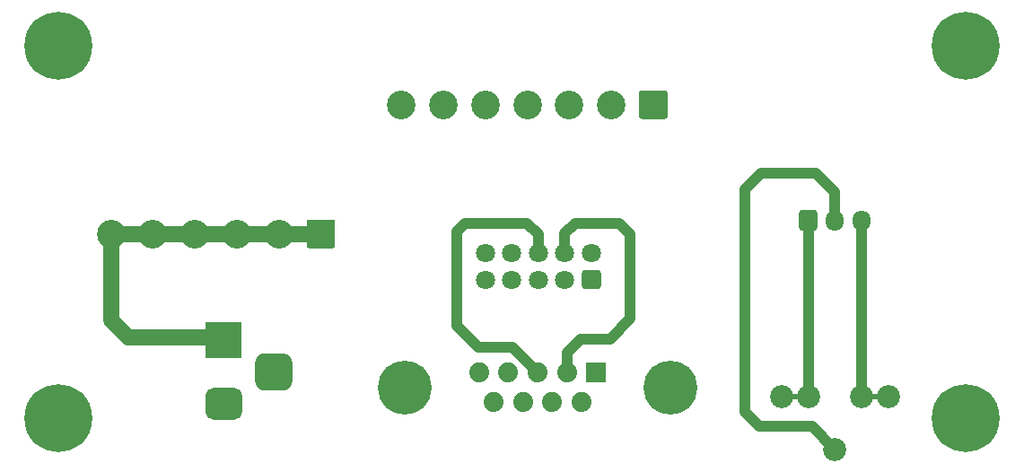
<source format=gbr>
%TF.GenerationSoftware,KiCad,Pcbnew,(5.1.9)-1*%
%TF.CreationDate,2021-04-12T00:41:26-05:00*%
%TF.ProjectId,KFChickenShim,4b464368-6963-46b6-956e-5368696d2e6b,rev?*%
%TF.SameCoordinates,Original*%
%TF.FileFunction,Copper,L1,Top*%
%TF.FilePolarity,Positive*%
%FSLAX46Y46*%
G04 Gerber Fmt 4.6, Leading zero omitted, Abs format (unit mm)*
G04 Created by KiCad (PCBNEW (5.1.9)-1) date 2021-04-12 00:41:26*
%MOMM*%
%LPD*%
G01*
G04 APERTURE LIST*
%TA.AperFunction,ComponentPad*%
%ADD10R,3.500000X3.500000*%
%TD*%
%TA.AperFunction,ComponentPad*%
%ADD11O,1.700000X1.950000*%
%TD*%
%TA.AperFunction,ComponentPad*%
%ADD12C,1.800000*%
%TD*%
%TA.AperFunction,ComponentPad*%
%ADD13C,2.700000*%
%TD*%
%TA.AperFunction,ComponentPad*%
%ADD14R,1.879600X1.879600*%
%TD*%
%TA.AperFunction,ComponentPad*%
%ADD15C,1.879600*%
%TD*%
%TA.AperFunction,ComponentPad*%
%ADD16C,5.080000*%
%TD*%
%TA.AperFunction,ComponentPad*%
%ADD17C,2.181860*%
%TD*%
%TA.AperFunction,ComponentPad*%
%ADD18C,6.400000*%
%TD*%
%TA.AperFunction,Conductor*%
%ADD19C,1.000000*%
%TD*%
%TA.AperFunction,Conductor*%
%ADD20C,1.500000*%
%TD*%
%TA.AperFunction,Conductor*%
%ADD21C,0.500000*%
%TD*%
G04 APERTURE END LIST*
%TO.P,J4,3*%
%TO.N,N/C*%
%TA.AperFunction,ComponentPad*%
G36*
G01*
X59804000Y-136195000D02*
X58054000Y-136195000D01*
G75*
G02*
X57179000Y-135320000I0J875000D01*
G01*
X57179000Y-133570000D01*
G75*
G02*
X58054000Y-132695000I875000J0D01*
G01*
X59804000Y-132695000D01*
G75*
G02*
X60679000Y-133570000I0J-875000D01*
G01*
X60679000Y-135320000D01*
G75*
G02*
X59804000Y-136195000I-875000J0D01*
G01*
G37*
%TD.AperFunction*%
%TO.P,J4,2*%
%TO.N,GND*%
%TA.AperFunction,ComponentPad*%
G36*
G01*
X55229000Y-138945000D02*
X53229000Y-138945000D01*
G75*
G02*
X52479000Y-138195000I0J750000D01*
G01*
X52479000Y-136695000D01*
G75*
G02*
X53229000Y-135945000I750000J0D01*
G01*
X55229000Y-135945000D01*
G75*
G02*
X55979000Y-136695000I0J-750000D01*
G01*
X55979000Y-138195000D01*
G75*
G02*
X55229000Y-138945000I-750000J0D01*
G01*
G37*
%TD.AperFunction*%
D10*
%TO.P,J4,1*%
%TO.N,+12V*%
X54229000Y-131445000D03*
%TD*%
D11*
%TO.P,J7,3*%
%TO.N,/AUX_LEFT*%
X114347000Y-120142000D03*
%TO.P,J7,2*%
%TO.N,/AUX_GND*%
X111847000Y-120142000D03*
%TO.P,J7,1*%
%TO.N,/AUX_RIGHT*%
%TA.AperFunction,ComponentPad*%
G36*
G01*
X108497000Y-120867000D02*
X108497000Y-119417000D01*
G75*
G02*
X108747000Y-119167000I250000J0D01*
G01*
X109947000Y-119167000D01*
G75*
G02*
X110197000Y-119417000I0J-250000D01*
G01*
X110197000Y-120867000D01*
G75*
G02*
X109947000Y-121117000I-250000J0D01*
G01*
X108747000Y-121117000D01*
G75*
G02*
X108497000Y-120867000I0J250000D01*
G01*
G37*
%TD.AperFunction*%
%TD*%
D12*
%TO.P,J5,8*%
%TO.N,Net-(J5-Pad8)*%
X81400000Y-123230000D03*
%TO.P,J5,7*%
%TO.N,Net-(J5-Pad7)*%
X81400000Y-125730000D03*
%TO.P,J5,6*%
%TO.N,/DB9_TX*%
X83900000Y-123230000D03*
%TO.P,J5,5*%
%TO.N,Net-(J5-Pad5)*%
X83900000Y-125730000D03*
%TO.P,J5,4*%
%TO.N,/DB9_RX*%
X86400000Y-123230000D03*
%TO.P,J5,3*%
%TO.N,Net-(J5-Pad3)*%
X86400000Y-125730000D03*
%TO.P,J5,2*%
%TO.N,Net-(J5-Pad2)*%
X88900000Y-123230000D03*
%TO.P,J5,1*%
%TO.N,Net-(J5-Pad1)*%
%TA.AperFunction,ComponentPad*%
G36*
G01*
X89800000Y-125100000D02*
X89800000Y-126360000D01*
G75*
G02*
X89530000Y-126630000I-270000J0D01*
G01*
X88270000Y-126630000D01*
G75*
G02*
X88000000Y-126360000I0J270000D01*
G01*
X88000000Y-125100000D01*
G75*
G02*
X88270000Y-124830000I270000J0D01*
G01*
X89530000Y-124830000D01*
G75*
G02*
X89800000Y-125100000I0J-270000D01*
G01*
G37*
%TD.AperFunction*%
%TO.P,J5,9*%
%TO.N,Net-(J5-Pad9)*%
X78900000Y-125730000D03*
%TO.P,J5,10*%
%TO.N,GND*%
X78900000Y-123230000D03*
%TD*%
D13*
%TO.P,J3,7*%
%TO.N,GND*%
X70982000Y-109220000D03*
%TO.P,J3,6*%
X74942000Y-109220000D03*
%TO.P,J3,5*%
X78902000Y-109220000D03*
%TO.P,J3,4*%
X82862000Y-109220000D03*
%TO.P,J3,3*%
X86822000Y-109220000D03*
%TO.P,J3,2*%
X90782000Y-109220000D03*
%TO.P,J3,1*%
%TA.AperFunction,ComponentPad*%
G36*
G01*
X96092000Y-108120001D02*
X96092000Y-110319999D01*
G75*
G02*
X95841999Y-110570000I-250001J0D01*
G01*
X93642001Y-110570000D01*
G75*
G02*
X93392000Y-110319999I0J250001D01*
G01*
X93392000Y-108120001D01*
G75*
G02*
X93642001Y-107870000I250001J0D01*
G01*
X95841999Y-107870000D01*
G75*
G02*
X96092000Y-108120001I0J-250001D01*
G01*
G37*
%TD.AperFunction*%
%TD*%
%TO.P,J2,6*%
%TO.N,+12V*%
X43573000Y-121412000D03*
%TO.P,J2,5*%
X47533000Y-121412000D03*
%TO.P,J2,4*%
X51493000Y-121412000D03*
%TO.P,J2,3*%
X55453000Y-121412000D03*
%TO.P,J2,2*%
X59413000Y-121412000D03*
%TO.P,J2,1*%
%TA.AperFunction,ComponentPad*%
G36*
G01*
X64723000Y-120312001D02*
X64723000Y-122511999D01*
G75*
G02*
X64472999Y-122762000I-250001J0D01*
G01*
X62273001Y-122762000D01*
G75*
G02*
X62023000Y-122511999I0J250001D01*
G01*
X62023000Y-120312001D01*
G75*
G02*
X62273001Y-120062000I250001J0D01*
G01*
X64472999Y-120062000D01*
G75*
G02*
X64723000Y-120312001I0J-250001D01*
G01*
G37*
%TD.AperFunction*%
%TD*%
D14*
%TO.P,J1,1*%
%TO.N,Net-(J1-Pad1)*%
X89359740Y-134470140D03*
D15*
%TO.P,J1,2*%
%TO.N,/DB9_RX*%
X86588600Y-134470140D03*
%TO.P,J1,3*%
%TO.N,/DB9_TX*%
X83820000Y-134470140D03*
%TO.P,J1,4*%
%TO.N,Net-(J1-Pad4)*%
X81051400Y-134470140D03*
%TO.P,J1,5*%
%TO.N,GND*%
X78280260Y-134470140D03*
%TO.P,J1,6*%
%TO.N,Net-(J1-Pad6)*%
X87967820Y-137309860D03*
%TO.P,J1,7*%
%TO.N,Net-(J1-Pad7)*%
X85199220Y-137309860D03*
%TO.P,J1,8*%
%TO.N,Net-(J1-Pad8)*%
X82440780Y-137309860D03*
%TO.P,J1,9*%
%TO.N,Net-(J1-Pad9)*%
X79672180Y-137309860D03*
D16*
%TO.P,J1,G1*%
%TO.N,N/C*%
X96319340Y-135890000D03*
%TO.P,J1,G2*%
X71320660Y-135890000D03*
%TD*%
D17*
%TO.P,J6,TSH*%
%TO.N,/AUX_LEFT*%
X114386360Y-136733280D03*
%TO.P,J6,TIP*%
X116885720Y-136733280D03*
%TO.P,J6,SLEE*%
%TO.N,/AUX_GND*%
X111887000Y-141732000D03*
%TO.P,J6,RSH*%
%TO.N,/AUX_RIGHT*%
X109387640Y-136733280D03*
%TO.P,J6,RING*%
X106888280Y-136733280D03*
%TD*%
D18*
%TO.P,H4,1*%
%TO.N,N/C*%
X124206000Y-103632000D03*
%TD*%
%TO.P,H3,1*%
%TO.N,N/C*%
X38608000Y-103632000D03*
%TD*%
%TO.P,H2,1*%
%TO.N,N/C*%
X38608000Y-138811000D03*
%TD*%
%TO.P,H1,1*%
%TO.N,N/C*%
X124206000Y-138811000D03*
%TD*%
D19*
%TO.N,/DB9_TX*%
X81429860Y-132080000D02*
X83820000Y-134470140D01*
X76200000Y-130048000D02*
X78232000Y-132080000D01*
X76200000Y-121158000D02*
X76200000Y-130048000D01*
X76962000Y-120396000D02*
X76200000Y-121158000D01*
X78232000Y-132080000D02*
X81429860Y-132080000D01*
X82837000Y-120396000D02*
X76962000Y-120396000D01*
X83900000Y-121459000D02*
X82837000Y-120396000D01*
X83900000Y-123230000D02*
X83900000Y-121459000D01*
%TO.N,/DB9_RX*%
X87884000Y-131318000D02*
X86588600Y-132613400D01*
X92583000Y-129413000D02*
X90678000Y-131318000D01*
X90678000Y-131318000D02*
X87884000Y-131318000D01*
X92583000Y-121412000D02*
X92583000Y-129413000D01*
X86588600Y-132613400D02*
X86588600Y-134470140D01*
X91567000Y-120396000D02*
X92583000Y-121412000D01*
X87376000Y-120396000D02*
X91567000Y-120396000D01*
X86400000Y-121372000D02*
X87376000Y-120396000D01*
X86400000Y-123230000D02*
X86400000Y-121372000D01*
D20*
%TO.N,+12V*%
X43573000Y-121412000D02*
X63373000Y-121412000D01*
X53340000Y-131191000D02*
X45212000Y-131191000D01*
X43573000Y-129552000D02*
X43573000Y-121412000D01*
X45212000Y-131191000D02*
X43573000Y-129552000D01*
D21*
%TO.N,/AUX_RIGHT*%
X106888280Y-136733280D02*
X109387640Y-136733280D01*
X109387640Y-120182640D02*
X109347000Y-120142000D01*
D19*
X109387640Y-136733280D02*
X109387640Y-120182640D01*
D21*
%TO.N,/AUX_LEFT*%
X114347000Y-136693920D02*
X114386360Y-136733280D01*
D19*
X114347000Y-120142000D02*
X114347000Y-136693920D01*
D21*
X114386360Y-136733280D02*
X116885720Y-136733280D01*
D19*
%TO.N,/AUX_GND*%
X111847000Y-120142000D02*
X111847000Y-117435000D01*
X111847000Y-117435000D02*
X110109000Y-115697000D01*
X110109000Y-115697000D02*
X104902000Y-115697000D01*
X104902000Y-115697000D02*
X103378000Y-117221000D01*
X103378000Y-117221000D02*
X103378000Y-138176000D01*
X103378000Y-138176000D02*
X104775000Y-139573000D01*
X109728000Y-139573000D02*
X111887000Y-141732000D01*
X104775000Y-139573000D02*
X109728000Y-139573000D01*
%TD*%
M02*

</source>
